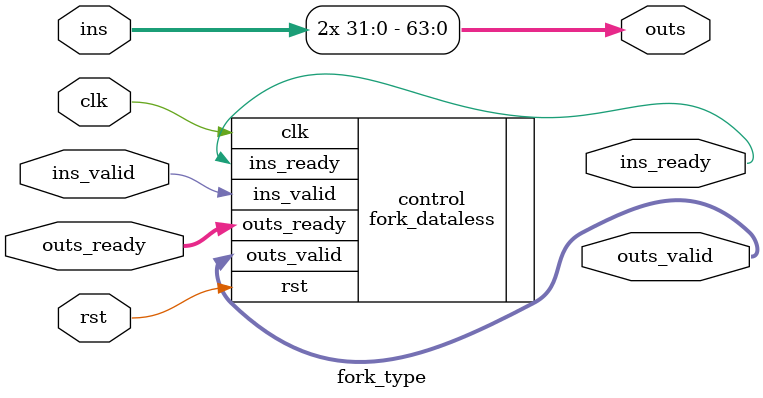
<source format=v>
`timescale 1ns/1ps
module fork_type #(
	parameter SIZE = 2,
	parameter DATA_WIDTH = 32
)(
	input  clk,
	input  rst,
  // Input Channel
	input  [DATA_WIDTH - 1 : 0] ins,
	input  ins_valid,
  output ins_ready,
  // Output Channel
  output [SIZE * (DATA_WIDTH) - 1 : 0] outs,
  output [SIZE - 1 : 0] outs_valid,
	input  [SIZE - 1 : 0] outs_ready
);

  fork_dataless #(
    .SIZE(SIZE)
  ) control (
    .clk        (clk        ),
    .rst        (rst        ),
    .ins_valid  (ins_valid  ),
    .ins_ready  (ins_ready  ),
    .outs_valid (outs_valid ),
    .outs_ready (outs_ready )
  );

  // Broadcast the input data to all output channels
  assign outs = {SIZE{ins}};

endmodule

</source>
